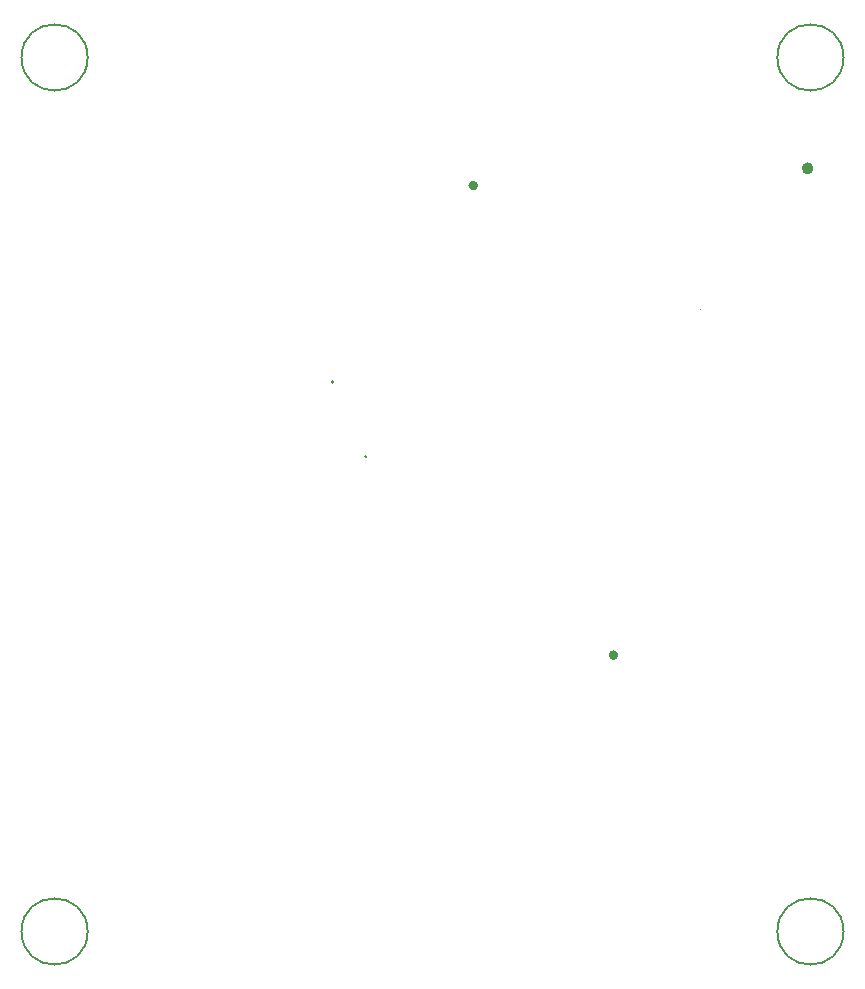
<source format=gbr>
%TF.GenerationSoftware,KiCad,Pcbnew,8.0.0*%
%TF.CreationDate,2024-03-26T22:18:36-07:00*%
%TF.ProjectId,recivier,72656369-7669-4657-922e-6b696361645f,rev?*%
%TF.SameCoordinates,Original*%
%TF.FileFunction,Other,Comment*%
%FSLAX46Y46*%
G04 Gerber Fmt 4.6, Leading zero omitted, Abs format (unit mm)*
G04 Created by KiCad (PCBNEW 8.0.0) date 2024-03-26 22:18:36*
%MOMM*%
%LPD*%
G01*
G04 APERTURE LIST*
%ADD10C,0.150000*%
%ADD11C,0.400000*%
%ADD12C,0.500000*%
%ADD13C,0.200000*%
%ADD14C,0.060000*%
G04 APERTURE END LIST*
D10*
%TO.C,H1*%
X5800000Y77000000D02*
G75*
G02*
X200000Y77000000I-2800000J0D01*
G01*
X200000Y77000000D02*
G75*
G02*
X5800000Y77000000I2800000J0D01*
G01*
D11*
%TO.C,U1*%
X38651600Y66154400D02*
G75*
G02*
X38251600Y66154400I-200000J0D01*
G01*
X38251600Y66154400D02*
G75*
G02*
X38651600Y66154400I200000J0D01*
G01*
D10*
%TO.C,H4*%
X69800000Y3000000D02*
G75*
G02*
X64200000Y3000000I-2800000J0D01*
G01*
X64200000Y3000000D02*
G75*
G02*
X69800000Y3000000I2800000J0D01*
G01*
%TO.C,U7*%
X29418700Y43198000D02*
G75*
G02*
X29278700Y43198000I-70000J0D01*
G01*
X29278700Y43198000D02*
G75*
G02*
X29418700Y43198000I70000J0D01*
G01*
D12*
%TO.C,U6*%
X67003000Y67614600D02*
G75*
G02*
X66503000Y67614600I-250000J0D01*
G01*
X66503000Y67614600D02*
G75*
G02*
X67003000Y67614600I250000J0D01*
G01*
D11*
%TO.C,RV1*%
X50517700Y26388200D02*
G75*
G02*
X50117700Y26388200I-200000J0D01*
G01*
X50117700Y26388200D02*
G75*
G02*
X50517700Y26388200I200000J0D01*
G01*
D10*
%TO.C,H2*%
X69800000Y77000000D02*
G75*
G02*
X64200000Y77000000I-2800000J0D01*
G01*
X64200000Y77000000D02*
G75*
G02*
X69800000Y77000000I2800000J0D01*
G01*
%TO.C,H3*%
X5800000Y3000000D02*
G75*
G02*
X200000Y3000000I-2800000J0D01*
G01*
X200000Y3000000D02*
G75*
G02*
X5800000Y3000000I2800000J0D01*
G01*
D13*
%TO.C,X1*%
X26646800Y49523400D02*
G75*
G02*
X26446800Y49523400I-100000J0D01*
G01*
X26446800Y49523400D02*
G75*
G02*
X26646800Y49523400I100000J0D01*
G01*
D14*
%TO.C,AE2*%
X57728000Y55689800D02*
G75*
G02*
X57668000Y55689800I-30000J0D01*
G01*
X57668000Y55689800D02*
G75*
G02*
X57728000Y55689800I30000J0D01*
G01*
%TD*%
M02*

</source>
